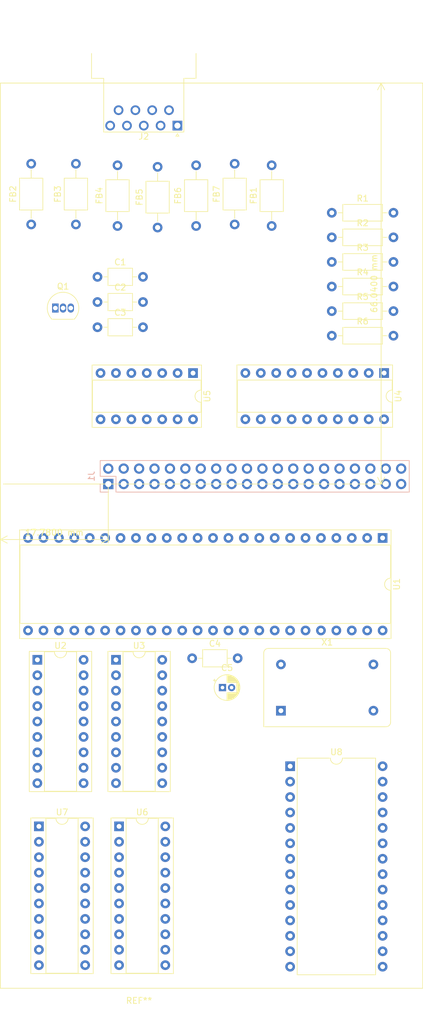
<source format=kicad_pcb>
(kicad_pcb (version 20240108) (generator "pcbnew") (generator_version "8.0")
  (layers (0 "F.Cu" signal) (31 "B.Cu" signal) (34 "B.Paste" user) (35 "F.Paste" user) (36 "B.SilkS" user "B.Silkscreen") (37 "F.SilkS" user "F.Silkscreen") (38 "B.Mask" user) (39 "F.Mask" user) (44 "Edge.Cuts" user))
  (net 0 "")
  (net 1 "GND")
  (net 2 "VCC")
  (net 3 "Net-(FB1-Pad2)")
  (net 4 "Net-(U4-1Y2)")
  (net 5 "Net-(U4-2Y0)")
  (net 6 "Net-(FB2-Pad2)")
  (net 7 "Net-(FB3-Pad2)")
  (net 8 "Net-(U4-1Y1)")
  (net 9 "Net-(U4-2Y1)")
  (net 10 "Net-(FB4-Pad2)")
  (net 11 "Net-(FB5-Pad2)")
  (net 12 "Net-(U4-1Y0)")
  (net 13 "Net-(FB6-Pad2)")
  (net 14 "Net-(Q1-E)")
  (net 15 "Net-(U4-1Y3)")
  (net 16 "Net-(FB7-Pad2)")
  (net 17 "D1")
  (net 18 "D7")
  (net 23 "~{VDC_IRQ}")
  (net 27 "D4")
  (net 29 "D6")
  (net 31 "A0")
  (net 32 "A4")
  (net 33 "A5")
  (net 40 "D0")
  (net 41 "A1")
  (net 42 "D5")
  (net 43 "~{VDC_EN}")
  (net 45 "A2")
  (net 46 "D3")
  (net 48 "R{slash}~{W}")
  (net 52 "D2")
  (net 53 "~{RST}")
  (net 54 "A3")
  (net 55 "Net-(Q1-C)")
  (net 56 "Net-(Q1-B)")
  (net 57 "Net-(R1-Pad1)")
  (net 58 "Net-(R2-Pad2)")
  (net 59 "Net-(U1-VSYNC)")
  (net 60 "/DRAM.DA1")
  (net 61 "/DRAM.~{CAS}")
  (net 63 "Net-(U1-B)")
  (net 64 "/DRAM.DA7")
  (net 65 "/DRAM.DA6")
  (net 66 "/DRAM.DD6")
  (net 67 "Net-(U1-CSYNC)")
  (net 68 "Net-(U1-R)")
  (net 69 "/DRAM.DA2")
  (net 70 "/DRAM.DD2")
  (net 71 "/DRAM.DD3")
  (net 72 "/DRAM.DA5")
  (net 73 "/DRAM.DD4")
  (net 74 "Net-(U1-G)")
  (net 75 "/DRAM.DA4")
  (net 77 "/DRAM.DA0")
  (net 78 "Net-(U1-I)")
  (net 79 "/DRAM.DD7")
  (net 80 "/DRAM.~{RAS}")
  (net 81 "Net-(U1-HSYNC)")
  (net 82 "/DRAM.~{W}")
  (net 83 "Net-(U1-CV)")
  (net 84 "/DRAM.DD0")
  (net 85 "/DRAM.DD1")
  (net 86 "Net-(U1-~{DCLK})")
  (net 87 "/DRAM.DD5")
  (net 88 "/DRAM.DA3")
  (net 89 "VCD_CS")
  (net 91 "Net-(U6-Q6)")
  (net 92 "Net-(U6-Q3)")
  (net 100 "Net-(U6-Q1)")
  (net 108 "Net-(U6-Q7)")
  (net 109 "Net-(U6-Q0)")
  (net 110 "Net-(U6-Q4)")
  (net 114 "Net-(U6-Q5)")
  (net 115 "Net-(U6-Q2)")
  (footprint "Capacitor_THT:C_Axial_L3.8mm_D2.6mm_P7.50mm_Horizontal" (layer "F.Cu") (at 41.91 55.54)
    (property "Reference" "C1" (at 3.75 -2.42 0) (layer "F.SilkS"))
    (property "Value" "100nF")
    (pad "1" thru_hole circle (at 0 0) (size 1.6 1.6) (drill 0.8) (layers "*.Cu" "*.Mask") (net 2 "VCC"))
    (pad "2" thru_hole oval (at 7.5 0) (size 1.6 1.6) (drill 0.8) (layers "*.Cu" "*.Mask") (net 1 "GND"))
  )
  (footprint "Resistor_THT:R_Axial_DIN0207_L6.3mm_D2.5mm_P10.16mm_Horizontal" (layer "F.Cu") (at 80.518 49.036)
    (property "Reference" "R2" (at 5.08 -2.37 0) (layer "F.SilkS"))
    (property "Value" "120")
    (pad "1" thru_hole circle (at 0 0) (size 1.6 1.6) (drill 0.8) (layers "*.Cu" "*.Mask") (net 57 "Net-(R1-Pad1)"))
    (pad "2" thru_hole oval (at 10.16 0) (size 1.6 1.6) (drill 0.8) (layers "*.Cu" "*.Mask") (net 58 "Net-(R2-Pad2)"))
  )
  (footprint "Inductor_THT:L_Axial_L5.0mm_D3.6mm_P10.00mm_Horizontal_Murata_BL01RN1A2A2" (layer "F.Cu") (at 64.516 46.91 90)
    (property "Reference" "FB7" (at 5 -3 270) (layer "F.SilkS"))
    (property "Value" "FerriteBead_Small")
    (pad "1" thru_hole circle (at 0 0 90) (size 1.6 1.6) (drill 0.85) (layers "*.Cu" "*.Mask") (net 15 "Net-(U4-1Y3)"))
    (pad "2" thru_hole oval (at 10 0 90) (size 1.6 1.6) (drill 0.85) (layers "*.Cu" "*.Mask") (net 16 "Net-(FB7-Pad2)"))
  )
  (footprint "Resistor_THT:R_Axial_DIN0207_L6.3mm_D2.5mm_P10.16mm_Horizontal" (layer "F.Cu") (at 80.518 53.086)
    (property "Reference" "R3" (at 5.08 -2.37 0) (layer "F.SilkS"))
    (property "Value" "100")
    (pad "1" thru_hole circle (at 0 0) (size 1.6 1.6) (drill 0.8) (layers "*.Cu" "*.Mask") (net 58 "Net-(R2-Pad2)"))
    (pad "2" thru_hole oval (at 10.16 0) (size 1.6 1.6) (drill 0.8) (layers "*.Cu" "*.Mask") (net 56 "Net-(Q1-B)"))
  )
  (footprint "Inductor_THT:L_Axial_L5.0mm_D3.6mm_P10.00mm_Horizontal_Murata_BL01RN1A2A2" (layer "F.Cu") (at 45.212 47.164 90)
    (property "Reference" "FB4" (at 5 -3 270) (layer "F.SilkS"))
    (property "Value" "FerriteBead_Small")
    (pad "1" thru_hole circle (at 0 0 90) (size 1.6 1.6) (drill 0.85) (layers "*.Cu" "*.Mask") (net 9 "Net-(U4-2Y1)"))
    (pad "2" thru_hole oval (at 10 0 90) (size 1.6 1.6) (drill 0.85) (layers "*.Cu" "*.Mask") (net 10 "Net-(FB4-Pad2)"))
  )
  (footprint "Resistor_THT:R_Axial_DIN0207_L6.3mm_D2.5mm_P10.16mm_Horizontal" (layer "F.Cu") (at 80.518 44.986)
    (property "Reference" "R1" (at 5.08 -2.37 0) (layer "F.SilkS"))
    (property "Value" "120")
    (pad "1" thru_hole circle (at 0 0) (size 1.6 1.6) (drill 0.8) (layers "*.Cu" "*.Mask") (net 57 "Net-(R1-Pad1)"))
    (pad "2" thru_hole oval (at 10.16 0) (size 1.6 1.6) (drill 0.8) (layers "*.Cu" "*.Mask") (net 1 "GND"))
  )
  (footprint "Capacitor_THT:C_Axial_L3.8mm_D2.6mm_P7.50mm_Horizontal" (layer "F.Cu") (at 41.91 63.84)
    (property "Reference" "C3" (at 3.75 -2.42 0) (layer "F.SilkS"))
    (property "Value" "220nF")
    (pad "1" thru_hole circle (at 0 0) (size 1.6 1.6) (drill 0.8) (layers "*.Cu" "*.Mask") (net 2 "VCC"))
    (pad "2" thru_hole oval (at 7.5 0) (size 1.6 1.6) (drill 0.8) (layers "*.Cu" "*.Mask") (net 1 "GND"))
  )
  (footprint "Resistor_THT:R_Axial_DIN0207_L6.3mm_D2.5mm_P10.16mm_Horizontal" (layer "F.Cu") (at 80.518 57.136)
    (property "Reference" "R4" (at 5.08 -2.37 0) (layer "F.SilkS"))
    (property "Value" "330")
    (pad "1" thru_hole circle (at 0 0) (size 1.6 1.6) (drill 0.8) (layers "*.Cu" "*.Mask") (net 56 "Net-(Q1-B)"))
    (pad "2" thru_hole oval (at 10.16 0) (size 1.6 1.6) (drill 0.8) (layers "*.Cu" "*.Mask") (net 2 "VCC"))
  )
  (footprint "Inductor_THT:L_Axial_L5.0mm_D3.6mm_P10.00mm_Horizontal_Murata_BL01RN1A2A2" (layer "F.Cu") (at 70.612 47.164 90)
    (property "Reference" "FB1" (at 5 -3 270) (layer "F.SilkS"))
    (property "Value" "FerriteBead_Small")
    (pad "1" thru_hole circle (at 0 0 90) (size 1.6 1.6) (drill 0.85) (layers "*.Cu" "*.Mask") (net 4 "Net-(U4-1Y2)"))
    (pad "2" thru_hole oval (at 10 0 90) (size 1.6 1.6) (drill 0.85) (layers "*.Cu" "*.Mask") (net 3 "Net-(FB1-Pad2)"))
  )
  (footprint "Package_DIP:DIP-28_W15.24mm" (layer "F.Cu") (at 73.655 136.144)
    (property "Reference" "U8" (at 7.62 -2.33 0) (layer "F.SilkS"))
    (property "Value" "27C64")
    (pad "1" thru_hole rect (at 0 0) (size 1.6 1.6) (drill 0.8) (layers "*.Cu" "*.Mask"))
    (pad "2" thru_hole oval (at 0 2.54) (size 1.6 1.6) (drill 0.8) (layers "*.Cu" "*.Mask") (net 108 "Net-(U6-Q7)"))
    (pad "3" thru_hole oval (at 0 5.08) (size 1.6 1.6) (drill 0.8) (layers "*.Cu" "*.Mask") (net 115 "Net-(U6-Q2)"))
    (pad "4" thru_hole oval (at 0 7.62) (size 1.6 1.6) (drill 0.8) (layers "*.Cu" "*.Mask") (net 100 "Net-(U6-Q1)"))
    (pad "5" thru_hole oval (at 0 10.16) (size 1.6 1.6) (drill 0.8) (layers "*.Cu" "*.Mask") (net 109 "Net-(U6-Q0)"))
    (pad "6" thru_hole oval (at 0 12.7) (size 1.6 1.6) (drill 0.8) (layers "*.Cu" "*.Mask"))
    (pad "7" thru_hole oval (at 0 15.24) (size 1.6 1.6) (drill 0.8) (layers "*.Cu" "*.Mask"))
    (pad "8" thru_hole oval (at 0 17.78) (size 1.6 1.6) (drill 0.8) (layers "*.Cu" "*.Mask"))
    (pad "9" thru_hole oval (at 0 20.32) (size 1.6 1.6) (drill 0.8) (layers "*.Cu" "*.Mask"))
    (pad "10" thru_hole oval (at 0 22.86) (size 1.6 1.6) (drill 0.8) (layers "*.Cu" "*.Mask"))
    (pad "11" thru_hole oval (at 0 25.4) (size 1.6 1.6) (drill 0.8) (layers "*.Cu" "*.Mask") (net 40 "D0"))
    (pad "12" thru_hole oval (at 0 27.94) (size 1.6 1.6) (drill 0.8) (layers "*.Cu" "*.Mask") (net 17 "D1"))
    (pad "13" thru_hole oval (at 0 30.48) (size 1.6 1.6) (drill 0.8) (layers "*.Cu" "*.Mask") (net 52 "D2"))
    (pad "14" thru_hole oval (at 0 33.02) (size 1.6 1.6) (drill 0.8) (layers "*.Cu" "*.Mask"))
    (pad "15" thru_hole oval (at 15.24 33.02) (size 1.6 1.6) (drill 0.8) (layers "*.Cu" "*.Mask"))
    (pad "16" thru_hole oval (at 15.24 30.48) (size 1.6 1.6) (drill 0.8) (layers "*.Cu" "*.Mask"))
    (pad "17" thru_hole oval (at 15.24 27.94) (size 1.6 1.6) (drill 0.8) (layers "*.Cu" "*.Mask"))
    (pad "18" thru_hole oval (at 15.24 25.4) (size 1.6 1.6) (drill 0.8) (layers "*.Cu" "*.Mask"))
    (pad "19" thru_hole oval (at 15.24 22.86) (size 1.6 1.6) (drill 0.8) (layers "*.Cu" "*.Mask"))
    (pad "20" thru_hole oval (at 15.24 20.32) (size 1.6 1.6) (drill 0.8) (layers "*.Cu" "*.Mask"))
    (pad "21" thru_hole oval (at 15.24 17.78) (size 1.6 1.6) (drill 0.8) (layers "*.Cu" "*.Mask") (net 114 "Net-(U6-Q5)"))
    (pad "22" thru_hole oval (at 15.24 15.24) (size 1.6 1.6) (drill 0.8) (layers "*.Cu" "*.Mask"))
    (pad "23" thru_hole oval (at 15.24 12.7) (size 1.6 1.6) (drill 0.8) (layers "*.Cu" "*.Mask") (net 91 "Net-(U6-Q6)"))
    (pad "24" thru_hole oval (at 15.24 10.16) (size 1.6 1.6) (drill 0.8) (layers "*.Cu" "*.Mask") (net 110 "Net-(U6-Q4)"))
    (pad "25" thru_hole oval (at 15.24 7.62) (size 1.6 1.6) (drill 0.8) (layers "*.Cu" "*.Mask") (net 92 "Net-(U6-Q3)"))
    (pad "26" thru_hole oval (at 15.24 5.08) (size 1.6 1.6) (drill 0.8) (layers "*.Cu" "*.Mask"))
    (pad "27" thru_hole oval (at 15.24 2.54) (size 1.6 1.6) (drill 0.8) (layers "*.Cu" "*.Mask"))
    (pad "28" thru_hole oval (at 15.24 0) (size 1.6 1.6) (drill 0.8) (layers "*.Cu" "*.Mask"))
  )
  (footprint "Connector_Dsub:DSUB-9_Male_Horizontal_P2.77x2.54mm_EdgePinOffset9.40mm" (layer "F.Cu") (at 55.08 30.628331 180)
    (property "Reference" "J2" (at 5.54 -1.8 180) (layer "F.SilkS"))
    (property "Value" "DE9_Plug")
    (pad "1" thru_hole rect (at 0 0 180) (size 1.6 1.6) (drill 1) (layers "*.Cu" "*.Mask") (net 1 "GND"))
    (pad "2" thru_hole circle (at 2.77 0 180) (size 1.6 1.6) (drill 1) (layers "*.Cu" "*.Mask") (net 1 "GND"))
    (pad "3" thru_hole circle (at 5.54 0 180) (size 1.6 1.6) (drill 1) (layers "*.Cu" "*.Mask") (net 11 "Net-(FB5-Pad2)"))
    (pad "4" thru_hole circle (at 8.31 0 180) (size 1.6 1.6) (drill 1) (layers "*.Cu" "*.Mask") (net 7 "Net-(FB3-Pad2)"))
    (pad "5" thru_hole circle (at 11.08 0 180) (size 1.6 1.6) (drill 1) (layers "*.Cu" "*.Mask") (net 3 "Net-(FB1-Pad2)"))
    (pad "6" thru_hole circle (at 1.385 2.54 180) (size 1.6 1.6) (drill 1) (layers "*.Cu" "*.Mask") (net 16 "Net-(FB7-Pad2)"))
    (pad "7" thru_hole circle (at 4.155 2.54 180) (size 1.6 1.6) (drill 1) (layers "*.Cu" "*.Mask") (net 13 "Net-(FB6-Pad2)"))
    (pad "8" thru_hole circle (at 6.925 2.54 180) (size 1.6 1.6) (drill 1) (layers "*.Cu" "*.Mask") (net 10 "Net-(FB4-Pad2)"))
    (pad "9" thru_hole circle (at 9.695 2.54 180) (size 1.6 1.6) (drill 1) (layers "*.Cu" "*.Mask") (net 6 "Net-(FB2-Pad2)"))
  )
  (footprint "Package_DIP:DIP-18_W7.62mm_Socket" (layer "F.Cu") (at 32.004 118.618)
    (property "Reference" "U2" (at 3.81 -2.33 0) (layer "F.SilkS"))
    (property "Value" "~")
    (pad "1" thru_hole rect (at 0 0) (size 1.6 1.6) (drill 0.8) (layers "*.Cu" "*.Mask") (net 1 "GND"))
    (pad "2" thru_hole oval (at 0 2.54) (size 1.6 1.6) (drill 0.8) (layers "*.Cu" "*.Mask") (net 84 "/DRAM.DD0"))
    (pad "3" thru_hole oval (at 0 5.08) (size 1.6 1.6) (drill 0.8) (layers "*.Cu" "*.Mask") (net 85 "/DRAM.DD1"))
    (pad "4" thru_hole oval (at 0 7.62) (size 1.6 1.6) (drill 0.8) (layers "*.Cu" "*.Mask") (net 82 "/DRAM.~{W}"))
    (pad "5" thru_hole oval (at 0 10.16) (size 1.6 1.6) (drill 0.8) (layers "*.Cu" "*.Mask") (net 80 "/DRAM.~{RAS}"))
    (pad "6" thru_hole oval (at 0 12.7) (size 1.6 1.6) (drill 0.8) (layers "*.Cu" "*.Mask") (net 65 "/DRAM.DA6"))
    (pad "7" thru_hole oval (at 0 15.24) (size 1.6 1.6) (drill 0.8) (layers "*.Cu" "*.Mask") (net 72 "/DRAM.DA5"))
    (pad "8" thru_hole oval (at 0 17.78) (size 1.6 1.6) (drill 0.8) (layers "*.Cu" "*.Mask") (net 75 "/DRAM.DA4"))
    (pad "9" thru_hole oval (at 0 20.32) (size 1.6 1.6) (drill 0.8) (layers "*.Cu" "*.Mask") (net 2 "VCC"))
    (pad "10" thru_hole oval (at 7.62 20.32) (size 1.6 1.6) (drill 0.8) (layers "*.Cu" "*.Mask") (net 64 "/DRAM.DA7"))
    (pad "11" thru_hole oval (at 7.62 17.78) (size 1.6 1.6) (drill 0.8) (layers "*.Cu" "*.Mask") (net 88 "/DRAM.DA3"))
    (pad "12" thru_hole oval (at 7.62 15.24) (size 1.6 1.6) (drill 0.8) (layers "*.Cu" "*.Mask") (net 69 "/DRAM.DA2"))
    (pad "13" thru_hole oval (at 7.62 12.7) (size 1.6 1.6) (drill 0.8) (layers "*.Cu" "*.Mask") (net 60 "/DRAM.DA1"))
    (pad "14" thru_hole oval (at 7.62 10.16) (size 1.6 1.6) (drill 0.8) (layers "*.Cu" "*.Mask") (net 77 "/DRAM.DA0"))
    (pad "15" thru_hole oval (at 7.62 7.62) (size 1.6 1.6) (drill 0.8) (layers "*.Cu" "*.Mask") (net 70 "/DRAM.DD2"))
    (pad "16" thru_hole oval (at 7.62 5.08) (size 1.6 1.6) (drill 0.8) (layers "*.Cu" "*.Mask") (net 61 "/DRAM.~{CAS}"))
    (pad "17" thru_hole oval (at 7.62 2.54) (size 1.6 1.6) (drill 0.8) (layers "*.Cu" "*.Mask") (net 71 "/DRAM.DD3"))
    (pad "18" thru_hole oval (at 7.62 0) (size 1.6 1.6) (drill 0.8) (layers "*.Cu" "*.Mask") (net 1 "GND"))
  )
  (footprint "Resistor_THT:R_Axial_DIN0207_L6.3mm_D2.5mm_P10.16mm_Horizontal" (layer "F.Cu") (at 80.518 61.186)
    (property "Reference" "R5" (at 5.08 -2.37 0) (layer "F.SilkS"))
    (property "Value" "47")
    (pad "1" thru_hole circle (at 0 0) (size 1.6 1.6) (drill 0.8) (layers "*.Cu" "*.Mask") (net 2 "VCC"))
    (pad "2" thru_hole oval (at 10.16 0) (size 1.6 1.6) (drill 0.8) (layers "*.Cu" "*.Mask") (net 55 "Net-(Q1-C)"))
  )
  (footprint "Package_DIP:DIP-48_W15.24mm_Socket" (layer "F.Cu") (at 88.89 98.547 -90)
    (property "Reference" "U1" (at 7.62 -2.33 90) (layer "F.SilkS"))
    (property "Value" "8568")
    (pad "1" thru_hole rect (at 0 0 270) (size 1.6 1.6) (drill 0.8) (layers "*.Cu" "*.Mask") (net 61 "/DRAM.~{CAS}"))
    (pad "2" thru_hole oval (at 0 2.54 270) (size 1.6 1.6) (drill 0.8) (layers "*.Cu" "*.Mask"))
    (pad "3" thru_hole oval (at 0 5.08 270) (size 1.6 1.6) (drill 0.8) (layers "*.Cu" "*.Mask") (net 86 "Net-(U1-~{DCLK})"))
    (pad "4" thru_hole oval (at 0 7.62 270) (size 1.6 1.6) (drill 0.8) (layers "*.Cu" "*.Mask") (net 81 "Net-(U1-HSYNC)"))
    (pad "5" thru_hole oval (at 0 10.16 270) (size 1.6 1.6) (drill 0.8) (layers "*.Cu" "*.Mask") (net 89 "VCD_CS"))
    (pad "6" thru_hole oval (at 0 12.7 270) (size 1.6 1.6) (drill 0.8) (layers "*.Cu" "*.Mask") (net 43 "~{VDC_EN}"))
    (pad "7" thru_hole oval (at 0 15.24 270) (size 1.6 1.6) (drill 0.8) (layers "*.Cu" "*.Mask") (net 31 "A0"))
    (pad "8" thru_hole oval (at 0 17.78 270) (size 1.6 1.6) (drill 0.8) (layers "*.Cu" "*.Mask") (net 48 "R{slash}~{W}"))
    (pad "9" thru_hole oval (at 0 20.32 270) (size 1.6 1.6) (drill 0.8) (layers "*.Cu" "*.Mask") (net 23 "~{VDC_IRQ}"))
    (pad "10" thru_hole oval (at 0 22.86 270) (size 1.6 1.6) (drill 0.8) (layers "*.Cu" "*.Mask") (net 18 "D7"))
    (pad "11" thru_hole oval (at 0 25.4 270) (size 1.6 1.6) (drill 0.8) (layers "*.Cu" "*.Mask") (net 29 "D6"))
    (pad "12" thru_hole oval (at 0 27.94 270) (size 1.6 1.6) (drill 0.8) (layers "*.Cu" "*.Mask") (net 1 "GND"))
    (pad "13" thru_hole oval (at 0 30.48 270) (size 1.6 1.6) (drill 0.8) (layers "*.Cu" "*.Mask") (net 42 "D5"))
    (pad "14" thru_hole oval (at 0 33.02 270) (size 1.6 1.6) (drill 0.8) (layers "*.Cu" "*.Mask") (net 27 "D4"))
    (pad "15" thru_hole oval (at 0 35.56 270) (size 1.6 1.6) (drill 0.8) (layers "*.Cu" "*.Mask") (net 46 "D3"))
    (pad "16" thru_hole oval (at 0 38.1 270) (size 1.6 1.6) (drill 0.8) (layers "*.Cu" "*.Mask") (net 52 "D2"))
    (pad "17" thru_hole oval (at 0 40.64 270) (size 1.6 1.6) (drill 0.8) (layers "*.Cu" "*.Mask") (net 17 "D1"))
    (pad "18" thru_hole oval (at 0 43.18 270) (size 1.6 1.6) (drill 0.8) (layers "*.Cu" "*.Mask") (net 40 "D0"))
    (pad "19" thru_hole oval (at 0 45.72 270) (size 1.6 1.6) (drill 0.8) (layers "*.Cu" "*.Mask") (net 67 "Net-(U1-CSYNC)"))
    (pad "20" thru_hole oval (at 0 48.26 270) (size 1.6 1.6) (drill 0.8) (layers "*.Cu" "*.Mask") (net 59 "Net-(U1-VSYNC)"))
    (pad "21" thru_hole oval (at 0 50.8 270) (size 1.6 1.6) (drill 0.8) (layers "*.Cu" "*.Mask") (net 82 "/DRAM.~{W}"))
    (pad "22" thru_hole oval (at 0 53.34 270) (size 1.6 1.6) (drill 0.8) (layers "*.Cu" "*.Mask") (net 53 "~{RST}"))
    (pad "23" thru_hole oval (at 0 55.88 270) (size 1.6 1.6) (drill 0.8) (layers "*.Cu" "*.Mask") (net 1 "GND"))
    (pad "24" thru_hole oval (at 0 58.42 270) (size 1.6 1.6) (drill 0.8) (layers "*.Cu" "*.Mask") (net 1 "GND"))
    (pad "25" thru_hole oval (at 15.24 58.42 270) (size 1.6 1.6) (drill 0.8) (layers "*.Cu" "*.Mask"))
    (pad "26" thru_hole oval (at 15.24 55.88 270) (size 1.6 1.6) (drill 0.8) (layers "*.Cu" "*.Mask") (net 77 "/DRAM.DA0"))
    (pad "27" thru_hole oval (at 15.24 53.34 270) (size 1.6 1.6) (drill 0.8) (layers "*.Cu" "*.Mask") (net 60 "/DRAM.DA1"))
    (pad "28" thru_hole oval (at 15.24 50.8 270) (size 1.6 1.6) (drill 0.8) (layers "*.Cu" "*.Mask") (net 69 "/DRAM.DA2"))
    (pad "29" thru_hole oval (at 15.24 48.26 270) (size 1.6 1.6) (drill 0.8) (layers "*.Cu" "*.Mask") (net 88 "/DRAM.DA3"))
    (pad "30" thru_hole oval (at 15.24 45.72 270) (size 1.6 1.6) (drill 0.8) (layers "*.Cu" "*.Mask") (net 75 "/DRAM.DA4"))
    (pad "31" thru_hole oval (at 15.24 43.18 270) (size 1.6 1.6) (drill 0.8) (layers "*.Cu" "*.Mask") (net 72 "/DRAM.DA5"))
    (pad "32" thru_hole oval (at 15.24 40.64 270) (size 1.6 1.6) (drill 0.8) (layers "*.Cu" "*.Mask") (net 65 "/DRAM.DA6"))
    (pad "33" thru_hole oval (at 15.24 38.1 270) (size 1.6 1.6) (drill 0.8) (layers "*.Cu" "*.Mask") (net 64 "/DRAM.DA7"))
    (pad "34" thru_hole oval (at 15.24 35.56 270) (size 1.6 1.6) (drill 0.8) (layers "*.Cu" "*.Mask") (net 84 "/DRAM.DD0"))
    (pad "35" thru_hole oval (at 15.24 33.02 270) (size 1.6 1.6) (drill 0.8) (layers "*.Cu" "*.Mask") (net 85 "/DRAM.DD1"))
    (pad "36" thru_hole oval (at 15.24 30.48 270) (size 1.6 1.6) (drill 0.8) (layers "*.Cu" "*.Mask") (net 70 "/DRAM.DD2"))
    (pad "37" thru_hole oval (at 15.24 27.94 270) (size 1.6 1.6) (drill 0.8) (layers "*.Cu" "*.Mask") (net 2 "VCC"))
    (pad "38" thru_hole oval (at 15.24 25.4 270) (size 1.6 1.6) (drill 0.8) (layers "*.Cu" "*.Mask") (net 71 "/DRAM.DD3"))
    (pad "39" thru_hole oval (at 15.24 22.86 270) (size 1.6 1.6) (drill 0.8) (layers "*.Cu" "*.Mask") (net 73 "/DRAM.DD4"))
    (pad "40" thru_hole oval (at 15.24 20.32 270) (size 1.6 1.6) (drill 0.8) (layers "*.Cu" "*.Mask") (net 87 "/DRAM.DD5"))
    (pad "41" thru_hole oval (at 15.24 17.78 270) (size 1.6 1.6) (drill 0.8) (layers "*.Cu" "*.Mask") (net 66 "/DRAM.DD6"))
    (pad "42" thru_hole oval (at 15.24 15.24 270) (size 1.6 1.6) (drill 0.8) (layers "*.Cu" "*.Mask") (net 79 "/DRAM.DD7"))
    (pad "43" thru_hole oval (at 15.24 12.7 270) (size 1.6 1.6) (drill 0.8) (layers "*.Cu" "*.Mask") (net 78 "Net-(U1-I)"))
    (pad "44" thru_hole oval (at 15.24 10.16 270) (size 1.6 1.6) (drill 0.8) (layers "*.Cu" "*.Mask") (net 63 "Net-(U1-B)"))
    (pad "45" thru_hole oval (at 15.24 7.62 270) (size 1.6 1.6) (drill 0.8) (layers "*.Cu" "*.Mask") (net 74 "Net-(U1-G)"))
    (pad "46" thru_hole oval (at 15.24 5.08 270) (size 1.6 1.6) (drill 0.8) (layers "*.Cu" "*.Mask") (net 68 "Net-(U1-R)"))
    (pad "47" thru_hole oval (at 15.24 2.54 270) (size 1.6 1.6) (drill 0.8) (layers "*.Cu" "*.Mask") (net 83 "Net-(U1-CV)"))
    (pad "48" thru_hole oval (at 15.24 0 270) (size 1.6 1.6) (drill 0.8) (layers "*.Cu" "*.Mask") (net 80 "/DRAM.~{RAS}"))
  )
  (footprint "Package_DIP:DIP-20_W7.62mm_Socket" (layer "F.Cu") (at 45.466 146.05)
    (property "Reference" "U6" (at 3.81 -2.33 0) (layer "F.SilkS"))
    (property "Value" "74HCT273")
    (pad "1" thru_hole rect (at 0 0) (size 1.6 1.6) (drill 0.8) (layers "*.Cu" "*.Mask"))
    (pad "2" thru_hole oval (at 0 2.54) (size 1.6 1.6) (drill 0.8) (layers "*.Cu" "*.Mask") (net 109 "Net-(U6-Q0)"))
    (pad "3" thru_hole oval (at 0 5.08) (size 1.6 1.6) (drill 0.8) (layers "*.Cu" "*.Mask"))
    (pad "4" thru_hole oval (at 0 7.62) (size 1.6 1.6) (drill 0.8) (layers "*.Cu" "*.Mask"))
    (pad "5" thru_hole oval (at 0 10.16) (size 1.6 1.6) (drill 0.8) (layers "*.Cu" "*.Mask") (net 100 "Net-(U6-Q1)"))
    (pad "6" thru_hole oval (at 0 12.7) (size 1.6 1.6) (drill 0.8) (layers "*.Cu" "*.Mask") (net 115 "Net-(U6-Q2)"))
    (pad "7" thru_hole oval (at 0 15.24) (size 1.6 1.6) (drill 0.8) (layers "*.Cu" "*.Mask"))
    (pad "8" thru_hole oval (at 0 17.78) (size 1.6 1.6) (drill 0.8) (layers "*.Cu" "*.Mask"))
    (pad "9" thru_hole oval (at 0 20.32) (size 1.6 1.6) (drill 0.8) (layers "*.Cu" "*.Mask") (net 92 "Net-(U6-Q3)"))
    (pad "10" thru_hole oval (at 0 22.86) (size 1.6 1.6) (drill 0.8) (layers "*.Cu" "*.Mask"))
    (pad "11" thru_hole oval (at 7.62 22.86) (size 1.6 1.6) (drill 0.8) (layers "*.Cu" "*.Mask"))
    (pad "12" thru_hole oval (at 7.62 20.32) (size 1.6 1.6) (drill 0.8) (layers "*.Cu" "*.Mask") (net 110 "Net-(U6-Q4)"))
    (pad "13" thru_hole oval (at 7.62 17.78) (size 1.6 1.6) (drill 0.8) (layers "*.Cu" "*.Mask"))
    (pad "14" thru_hole oval (at 7.62 15.24) (size 1.6 1.6) (drill 0.8) (layers "*.Cu" "*.Mask"))
    (pad "15" thru_hole oval (at 7.62 12.7) (size 1.6 1.6) (drill 0.8) (layers "*.Cu" "*.Mask") (net 114 "Net-(U6-Q5)"))
    (pad "16" thru_hole oval (at 7.62 10.16) (size 1.6 1.6) (drill 0.8) (layers "*.Cu" "*.Mask") (net 91 "Net-(U6-Q6)"))
    (pad "17" thru_hole oval (at 7.62 7.62) (size 1.6 1.6) (drill 0.8) (layers "*.Cu" "*.Mask"))
    (pad "18" thru_hole oval (at 7.62 5.08) (size 1.6 1.6) (drill 0.8) (layers "*.Cu" "*.Mask"))
    (pad "19" thru_hole oval (at 7.62 2.54) (size 1.6 1.6) (drill 0.8) (layers "*.Cu" "*.Mask") (net 108 "Net-(U6-Q7)"))
    (pad "20" thru_hole oval (at 7.62 0) (size 1.6 1.6) (drill 0.8) (layers "*.Cu" "*.Mask"))
  )
  (footprint "Capacitor_THT:C_Axial_L3.8mm_D2.6mm_P7.50mm_Horizontal" (layer "F.Cu") (at 41.91 59.69)
    (property "Reference" "C2" (at 3.75 -2.42 0) (layer "F.SilkS"))
    (property "Value" "220nF")
    (pad "1" thru_hole circle (at 0 0) (size 1.6 1.6) (drill 0.8) (layers "*.Cu" "*.Mask") (net 2 "VCC"))
    (pad "2" thru_hole oval (at 7.5 0) (size 1.6 1.6) (drill 0.8) (layers "*.Cu" "*.Mask") (net 1 "GND"))
  )
  (footprint "Capacitor_THT:C_Axial_L3.8mm_D2.6mm_P7.50mm_Horizontal" (layer "F.Cu") (at 57.508599 118.364)
    (property "Reference" "C4" (at 3.75 -2.42 0) (layer "F.SilkS"))
    (property "Value" "100nF")
    (pad "1" thru_hole circle (at 0 0) (size 1.6 1.6) (drill 0.8) (layers "*.Cu" "*.Mask") (net 2 "VCC"))
    (pad "2" thru_hole oval (at 7.5 0) (size 1.6 1.6) (drill 0.8) (layers "*.Cu" "*.Mask") (net 1 "GND"))
  )
  (footprint "Package_DIP:DIP-20_W7.62mm_Socket" (layer "F.Cu") (at 89.139 71.379 -90)
    (property "Reference" "U4" (at 3.81 -2.33 90) (layer "F.SilkS"))
    (property "Value" "74HCT244")
    (pad "1" thru_hole rect (at 0 0 270) (size 1.6 1.6) (drill 0.8) (layers "*.Cu" "*.Mask") (net 1 "GND"))
    (pad "2" thru_hole oval (at 0 2.54 270) (size 1.6 1.6) (drill 0.8) (layers "*.Cu" "*.Mask") (net 68 "Net-(U1-R)"))
    (pad "3" thru_hole oval (at 0 5.08 270) (size 1.6 1.6) (drill 0.8) (layers "*.Cu" "*.Mask") (net 5 "Net-(U4-2Y0)"))
    (pad "4" thru_hole oval (at 0 7.62 270) (size 1.6 1.6) (drill 0.8) (layers "*.Cu" "*.Mask") (net 74 "Net-(U1-G)"))
    (pad "5" thru_hole oval (at 0 10.16 270) (size 1.6 1.6) (drill 0.8) (layers "*.Cu" "*.Mask") (net 9 "Net-(U4-2Y1)"))
    (pad "6" thru_hole oval (at 0 12.7 270) (size 1.6 1.6) (drill 0.8) (layers "*.Cu" "*.Mask") (net 63 "Net-(U1-B)"))
    (pad "7" thru_hole oval (at 0 15.24 270) (size 1.6 1.6) (drill 0.8) (layers "*.Cu" "*.Mask"))
    (pad "8" thru_hole oval (at 0 17.78 270) (size 1.6 1.6) (drill 0.8) (layers "*.Cu" "*.Mask") (net 78 "Net-(U1-I)"))
    (pad "9" thru_hole oval (at 0 20.32 270) (size 1.6 1.6) (drill 0.8) (layers "*.Cu" "*.Mask"))
    (pad "10" thru_hole oval (at 0 22.86 270) (size 1.6 1.6) (drill 0.8) (layers "*.Cu" "*.Mask") (net 1 "GND"))
    (pad "11" thru_hole oval (at 7.62 22.86 270) (size 1.6 1.6) (drill 0.8) (layers "*.Cu" "*.Mask") (net 1 "GND"))
    (pad "12" thru_hole oval (at 7.62 20.32 270) (size 1.6 1.6) (drill 0.8) (layers "*.Cu" "*.Mask") (net 15 "Net-(U4-1Y3)"))
    (pad "13" thru_hole oval (at 7.62 17.78 270) (size 1.6 1.6) (drill 0.8) (layers "*.Cu" "*.Mask") (net 1 "GND"))
    (pad "14" thru_hole oval (at 7.62 15.24 270) (size 1.6 1.6) (drill 0.8) (layers "*.Cu" "*.Mask") (net 4 "Net-(U4-1Y2)"))
    (pad "15" thru_hole oval (at 7.62 12.7 270) (size 1.6 1.6) (drill 0.8) (layers "*.Cu" "*.Mask") (net 81 "Net-(U1-HSYNC)"))
    (pad "16" thru_hole oval (at 7.62 10.16 270) (size 1.6 1.6) (drill 0.8) (layers "*.Cu" "*.Mask") (net 8 "Net-(U4-1Y1)"))
    (pad "17" thru_hole oval (at 7.62 7.62 270) (size 1.6 1.6) (drill 0.8) (layers "*.Cu" "*.Mask") (net 59 "Net-(U1-VSYNC)"))
    (pad "18" thru_hole oval (at 7.62 5.08 270) (size 1.6 1.6) (drill 0.8) (layers "*.Cu" "*.Mask") (net 12 "Net-(U4-1Y0)"))
    (pad "19" thru_hole oval (at 7.62 2.54 270) (size 1.6 1.6) (drill 0.8) (layers "*.Cu" "*.Mask") (net 1 "GND"))
    (pad "20" thru_hole oval (at 7.62 0 270) (size 1.6 1.6) (drill 0.8) (layers "*.Cu" "*.Mask") (net 2 "VCC"))
  )
  (footprint "Inductor_THT:L_Axial_L5.0mm_D3.6mm_P10.00mm_Horizontal_Murata_BL01RN1A2A2" (layer "F.Cu") (at 58.166 47.164 90)
    (property "Reference" "FB6" (at 5 -3 270) (layer "F.SilkS"))
    (property "Value" "FerriteBead_Small")
    (pad "1" thru_hole circle (at 0 0 90) (size 1.6 1.6) (drill 0.85) (layers "*.Cu" "*.Mask") (net 14 "Net-(Q1-E)"))
    (pad "2" thru_hole oval (at 10 0 90) (size 1.6 1.6) (drill 0.85) (layers "*.Cu" "*.Mask") (net 13 "Net-(FB6-Pad2)"))
  )
  (footprint "motherboard:VideoExpansionCard" (layer "F.Cu") (at 48.768 175.26)
    (property "Reference" "REF**" (at 0 -0.5 0) (layer "F.SilkS"))
    (property "Value" "VideoExpansionCard")
    (pad "1" thru_hole circle (at -5.08 -85.598) (size 1.524 1.524) (drill 0.762) (layers "*.Cu" "*.Mask"))
    (pad "2" thru_hole circle (at -5.08 -88.138) (size 1.524 1.524) (drill 0.762) (layers "*.Cu" "*.Mask"))
    (pad "3" thru_hole circle (at -2.54 -85.598) (size 1.524 1.524) (drill 0.762) (layers "*.Cu" "*.Mask"))
    (pad "4" thru_hole circle (at -2.54 -88.138) (size 1.524 1.524) (drill 0.762) (layers "*.Cu" "*.Mask"))
  )
  (footprint "Capacitor_THT:CP_Radial_D4.0mm_P1.50mm" (layer "F.Cu") (at 62.508 123.19)
    (property "Reference" "C5" (at 0.75 -3.25 0) (layer "F.SilkS"))
    (property "Value" "10µF")
    (pad "1" thru_hole rect (at 0 0) (size 1.2 1.2) (drill 0.6) (layers "*.Cu" "*.Mask") (net 2 "VCC"))
    (pad "2" thru_hole circle (at 1.5 0) (size 1.2 1.2) (drill 0.6) (layers "*.Cu" "*.Mask") (net 1 "GND"))
  )
  (footprint "Package_DIP:DIP-14_W7.62mm_Socket" (layer "F.Cu") (at 57.653 71.389 -90)
    (property "Reference" "U5" (at 3.81 -2.33 90) (layer "F.SilkS"))
    (property "Value" "74LS07")
    (pad "1" thru_hole rect (at 0 0 270) (size 1.6 1.6) (drill 0.8) (layers "*.Cu" "*.Mask") (net 83 "Net-(U1-CV)"))
    (pad "2" thru_hole oval (at 0 2.54 270) (size 1.6 1.6) (drill 0.8) (layers "*.Cu" "*.Mask") (net 58 "Net-(R2-Pad2)"))
    (pad "3" thru_hole oval (at 0 5.08 270) (size 1.6 1.6) (drill 0.8) (layers "*.Cu" "*.Mask") (net 67 "Net-(U1-CSYNC)"))
    (pad "4" thru_hole oval (at 0 7.62 270) (size 1.6 1.6) (drill 0.8) (layers "*.Cu" "*.Mask") (net 56 "Net-(Q1-B)"))
    (pad "5" thru_hole oval (at 0 10.16 270) (size 1.6 1.6) (drill 0.8) (layers "*.Cu" "*.Mask") (net 78 "Net-(U1-I)"))
    (pad "6" thru_hole oval (at 0 12.7 270) (size 1.6 1.6) (drill 0.8) (layers "*.Cu" "*.Mask") (net 57 "Net-(R1-Pad1)"))
    (pad "7" thru_hole oval (at 0 15.24 270) (size 1.6 1.6) (drill 0.8) (layers "*.Cu" "*.Mask") (net 1 "GND"))
    (pad "8" thru_hole oval (at 7.62 15.24 270) (size 1.6 1.6) (drill 0.8) (layers "*.Cu" "*.Mask"))
    (pad "9" thru_hole oval (at 7.62 12.7 270) (size 1.6 1.6) (drill 0.8) (layers "*.Cu" "*.Mask") (net 1 "GND"))
    (pad "10" thru_hole oval (at 7.62 10.16 270) (size 1.6 1.6) (drill 0.8) (layers "*.Cu" "*.Mask"))
    (pad "11" thru_hole oval (at 7.62 7.62 270) (size 1.6 1.6) (drill 0.8) (layers "*.Cu" "*.Mask") (net 1 "GND"))
    (pad "12" thru_hole oval (at 7.62 5.08 270) (size 1.6 1.6) (drill 0.8) (layers "*.Cu" "*.Mask"))
    (pad "13" thru_hole oval (at 7.62 2.54 270) (size 1.6 1.6) (drill 0.8) (layers "*.Cu" "*.Mask") (net 1 "GND"))
    (pad "14" thru_hole oval (at 7.62 0 270) (size 1.6 1.6) (drill 0.8) (layers "*.Cu" "*.Mask") (net 2 "VCC"))
  )
  (footprint "Inductor_THT:L_Axial_L5.0mm_D3.6mm_P10.00mm_Horizontal_Murata_BL01RN1A2A2" (layer "F.Cu") (at 38.354 46.91 90)
    (property "Reference" "FB3" (at 5 -3 270) (layer "F.SilkS"))
    (property "Value" "FerriteBead_Small")
    (pad "1" thru_hole circle (at 0 0 90) (size 1.6 1.6) (drill 0.85) (layers "*.Cu" "*.Mask") (net 8 "Net-(U4-1Y1)"))
    (pad "2" thru_hole oval (at 10 0 90) (size 1.6 1.6) (drill 0.85) (layers "*.Cu" "*.Mask") (net 7 "Net-(FB3-Pad2)"))
  )
  (footprint "Resistor_THT:R_Axial_DIN0207_L6.3mm_D2.5mm_P10.16mm_Horizontal" (layer "F.Cu") (at 80.518 65.236)
    (property "Reference" "R6" (at 5.08 -2.37 0) (layer "F.SilkS"))
    (property "Value" "82")
    (pad "1" thru_hole circle (at 0 0) (size 1.6 1.6) (drill 0.8) (layers "*.Cu" "*.Mask") (net 14 "Net-(Q1-E)"))
    (pad "2" thru_hole oval (at 10.16 0) (size 1.6 1.6) (drill 0.8) (layers "*.Cu" "*.Mask") (net 1 "GND"))
  )
  (footprint "Oscillator:Oscillator_DIP-14" (layer "F.Cu") (at 72.136 127)
    (property "Reference" "X1" (at 7.62 -11.26 0) (layer "F.SilkS"))
    (property "Value" "ACO-16MHz")
    (pad "1" thru_hole rect (at 0 0) (size 1.6 1.6) (drill 0.8) (layers "*.Cu" "*.Mask"))
    (pad "7" thru_hole circle (at 15.24 0) (size 1.6 1.6) (drill 0.8) (layers "*.Cu" "*.Mask") (net 1 "GND"))
    (pad "8" thru_hole circle (at 15.24 -7.62) (size 1.6 1.6) (drill 0.8) (layers "*.Cu" "*.Mask") (net 86 "Net-(U1-~{DCLK})"))
    (pad "14" thru_hole circle (at 0 -7.62) (size 1.6 1.6) (drill 0.8) (layers "*.Cu" "*.Mask") (net 2 "VCC"))
  )
  (footprint "Package_DIP:DIP-18_W7.62mm_Socket" (layer "F.Cu") (at 44.958 118.618)
    (property "Reference" "U3" (at 3.81 -2.33 0) (layer "F.SilkS"))
    (property "Value" "~")
    (pad "1" thru_hole rect (at 0 0) (size 1.6 1.6) (drill 0.8) (layers "*.Cu" "*.Mask") (net 1 "GND"))
    (pad "2" thru_hole oval (at 0 2.54) (size 1.6 1.6) (drill 0.8) (layers "*.Cu" "*.Mask") (net 73 "/DRAM.DD4"))
    (pad "3" thru_hole oval (at 0 5.08) (size 1.6 1.6) (drill 0.8) (layers "*.Cu" "*.Mask") (net 87 "/DRAM.DD5"))
    (pad "4" thru_hole oval (at 0 7.62) (size 1.6 1.6) (drill 0.8) (layers "*.Cu" "*.Mask") (net 82 "/DRAM.~{W}"))
    (pad "5" thru_hole oval (at 0 10.16) (size 1.6 1.6) (drill 0.8) (layers "*.Cu" "*.Mask") (net 80 "/DRAM.~{RAS}"))
    (pad "6" thru_hole oval (at 0 12.7) (size 1.6 1.6) (drill 0.8) (layers "*.Cu" "*.Mask") (net 65 "/DRAM.DA6"))
    (pad "7" thru_hole oval (at 0 15.24) (size 1.6 1.6) (drill 0.8) (layers "*.Cu" "*.Mask") (net 72 "/DRAM.DA5"))
    (pad "8" thru_hole oval (at 0 17.78) (size 1.6 1.6) (drill 0.8) (layers "*.Cu" "*.Mask") (net 75 "/DRAM.DA4"))
    (pad "9" thru_hole oval (at 0 20.32) (size 1.6 1.6) (drill 0.8) (layers "*.Cu" "*.Mask") (net 2 "VCC"))
    (pad "10" thru_hole oval (at 7.62 20.32) (size 1.6 1.6) (drill 0.8) (layers "*.Cu" "*.Mask") (net 64 "/DRAM.DA7"))
    (pad "11" thru_hole oval (at 7.62 17.78) (size 1.6 1.6) (drill 0.8) (layers "*.Cu" "*.Mask") (net 88 "/DRAM.DA3"))
    (pad "12" thru_hole oval (at 7.62 15.24) (size 1.6 1.6) (drill 0.8) (layers "*.Cu" "*.Mask") (net 69 "/DRAM.DA2"))
    (pad "13" thru_hole oval (at 7.62 12.7) (size 1.6 1.6) (drill 0.8) (layers "*.Cu" "*.Mask") (net 60 "/DRAM.DA1"))
    (pad "14" thru_hole oval (at 7.62 10.16) (size 1.6 1.6) (drill 0.8) (layers "*.Cu" "*.Mask") (net 77 "/DRAM.DA0"))
    (pad "15" thru_hole oval (at 7.62 7.62) (size 1.6 1.6) (drill 0.8) (layers "*.Cu" "*.Mask") (net 66 "/DRAM.DD6"))
    (pad "16" thru_hole oval (at 7.62 5.08) (size 1.6 1.6) (drill 0.8) (layers "*.Cu" "*.Mask") (net 61 "/DRAM.~{CAS}"))
    (pad "17" thru_hole oval (at 7.62 2.54) (size 1.6 1.6) (drill 0.8) (layers "*.Cu" "*.Mask") (net 79 "/DRAM.DD7"))
    (pad "18" thru_hole oval (at 7.62 0) (size 1.6 1.6) (drill 0.8) (layers "*.Cu" "*.Mask") (net 1 "GND"))
  )
  (footprint "Inductor_THT:L_Axial_L5.0mm_D3.6mm_P10.00mm_Horizontal_Murata_BL01RN1A2A2" (layer "F.Cu") (at 51.816 47.418 90)
    (property "Reference" "FB5" (at 5 -3 270) (layer "F.SilkS"))
    (property "Value" "FerriteBead_Small")
    (pad "1" thru_hole circle (at 0 0 90) (size 1.6 1.6) (drill 0.85) (layers "*.Cu" "*.Mask") (net 12 "Net-(U4-1Y0)"))
    (pad "2" thru_hole oval (at 10 0 90) (size 1.6 1.6) (drill 0.85) (layers "*.Cu" "*.Mask") (net 11 "Net-(FB5-Pad2)"))
  )
  (footprint "Inductor_THT:L_Axial_L5.0mm_D3.6mm_P10.00mm_Horizontal_Murata_BL01RN1A2A2" (layer "F.Cu") (at 30.988 46.91 90)
    (property "Reference" "FB2" (at 5 -3 270) (layer "F.SilkS"))
    (property "Value" "FerriteBead_Small")
    (pad "1" thru_hole circle (at 0 0 90) (size 1.6 1.6) (drill 0.85) (layers "*.Cu" "*.Mask") (net 5 "Net-(U4-2Y0)"))
    (pad "2" thru_hole oval (at 10 0 90) (size 1.6 1.6) (drill 0.85) (layers "*.Cu" "*.Mask") (net 6 "Net-(FB2-Pad2)"))
  )
  (footprint "Package_DIP:DIP-20_W7.62mm_Socket" (layer "F.Cu") (at 32.258 146.05)
    (property "Reference" "U7" (at 3.81 -2.33 0) (layer "F.SilkS"))
    (property "Value" "GAL16V8")
    (pad "1" thru_hole rect (at 0 0) (size 1.6 1.6) (drill 0.8) (layers "*.Cu" "*.Mask"))
    (pad "2" thru_hole oval (at 0 2.54) (size 1.6 1.6) (drill 0.8) (layers "*.Cu" "*.Mask"))
    (pad "3" thru_hole oval (at 0 5.08) (size 1.6 1.6) (drill 0.8) (layers "*.Cu" "*.Mask"))
    (pad "4" thru_hole oval (at 0 7.62) (size 1.6 1.6) (drill 0.8) (layers "*.Cu" "*.Mask"))
    (pad "5" thru_hole oval (at 0 10.16) (size 1.6 1.6) (drill 0.8) (layers "*.Cu" "*.Mask"))
    (pad "6" thru_hole oval (at 0 12.7) (size 1.6 1.6) (drill 0.8) (layers "*.Cu" "*.Mask"))
    (pad "7" thru_hole oval (at 0 15.24) (size 1.6 1.6) (drill 0.8) (layers "*.Cu" "*.Mask"))
    (pad "8" thru_hole oval (at 0 17.78) (size 1.6 1.6) (drill 0.8) (layers "*.Cu" "*.Mask"))
    (pad "9" thru_hole oval (at 0 20.32) (size 1.6 1.6) (drill 0.8) (layers "*.Cu" "*.Mask"))
    (pad "10" thru_hole oval (at 0 22.86) (size 1.6 1.6) (drill 0.8) (layers "*.Cu" "*.Mask"))
    (pad "11" thru_hole oval (at 7.62 22.86) (size 1.6 1.6) (drill 0.8) (layers "*.Cu" "*.Mask"))
    (pad "12" thru_hole oval (at 7.62 20.32) (size 1.6 1.6) (drill 0.8) (layers "*.Cu" "*.Mask"))
    (pad "13" thru_hole oval (at 7.62 17.78) (size 1.6 1.6) (drill 0.8) (layers "*.Cu" "*.Mask"))
    (pad "14" thru_hole oval (at 7.62 15.24) (size 1.6 1.6) (drill 0.8) (layers "*.Cu" "*.Mask"))
    (pad "15" thru_hole oval (at 7.62 12.7) (size 1.6 1.6) (drill 0.8) (layers "*.Cu" "*.Mask"))
    (pad "16" thru_hole oval (at 7.62 10.16) (size 1.6 1.6) (drill 0.8) (layers "*.Cu" "*.Mask"))
    (pad "17" thru_hole oval (at 7.62 7.62) (size 1.6 1.6) (drill 0.8) (layers "*.Cu" "*.Mask"))
    (pad "18" thru_hole oval (at 7.62 5.08) (size 1.6 1.6) (drill 0.8) (layers "*.Cu" "*.Mask"))
    (pad "19" thru_hole oval (at 7.62 2.54) (size 1.6 1.6) (drill 0.8) (layers "*.Cu" "*.Mask"))
    (pad "20" thru_hole oval (at 7.62 0) (size 1.6 1.6) (drill 0.8) (layers "*.Cu" "*.Mask"))
  )
  (footprint "Package_TO_SOT_THT:TO-92_Inline" (layer "F.Cu") (at 34.968 60.678)
    (property "Reference" "Q1" (at 1.27 -3.56 0) (layer "F.SilkS"))
    (property "Value" "2SC1815")
    (pad "1" thru_hole rect (at 0 0) (size 1.05 1.5) (drill 0.75) (layers "*.Cu" "*.Mask") (net 14 "Net-(Q1-E)"))
    (pad "2" thru_hole oval (at 1.27 0) (size 1.05 1.5) (drill 0.75) (layers "*.Cu" "*.Mask") (net 55 "Net-(Q1-C)"))
    (pad "3" thru_hole oval (at 2.54 0) (size 1.05 1.5) (drill 0.75) (layers "*.Cu" "*.Mask") (net 56 "Net-(Q1-B)"))
  )
  (footprint "Connector_PinSocket_2.54mm:PinSocket_2x20_P2.54mm_Vertical" (layer "B.Cu") (at 43.688 89.662 -90)
    (property "Reference" "J1" (at -1.27 2.77 90) (layer "B.SilkS") (effects (justify mirror)))
    (property "Value" "VEP")
    (pad "1" thru_hole rect (at 0 0 270) (size 1.7 1.7) (drill 1) (layers "*.Cu" "*.Mask") (net 2 "VCC"))
    (pad "2" thru_hole oval (at -2.54 0 270) (size 1.7 1.7) (drill 1) (layers "*.Cu" "*.Mask") (net 53 "~{RST}"))
    (pad "3" thru_hole oval (at 0 -2.54 270) (size 1.7 1.7) (drill 1) (layers "*.Cu" "*.Mask"))
    (pad "4" thru_hole oval (at -2.54 -2.54 270) (size 1.7 1.7) (drill 1) (layers "*.Cu" "*.Mask") (net 23 "~{VDC_IRQ}"))
    (pad "5" thru_hole oval (at 0 -5.08 270) (size 1.7 1.7) (drill 1) (layers "*.Cu" "*.Mask"))
    (pad "6" thru_hole oval (at -2.54 -5.08 270) (size 1.7 1.7) (drill 1) (layers "*.Cu" "*.Mask") (net 48 "R{slash}~{W}"))
    (pad "7" thru_hole oval (at 0 -7.62 270) (size 1.7 1.7) (drill 1) (layers "*.Cu" "*.Mask"))
    (pad "8" thru_hole oval (at -2.54 -7.62 270) (size 1.7 1.7) (drill 1) (layers "*.Cu" "*.Mask"))
    (pad "9" thru_hole oval (at 0 -10.16 270) (size 1.7 1.7) (drill 1) (layers "*.Cu" "*.Mask"))
    (pad "10" thru_hole oval (at -2.54 -10.16 270) (size 1.7 1.7) (drill 1) (layers "*.Cu" "*.Mask"))
    (pad "11" thru_hole oval (at 0 -12.7 270) (size 1.7 1.7) (drill 1) (layers "*.Cu" "*.Mask"))
    (pad "12" thru_hole oval (at -2.54 -12.7 270) (size 1.7 1.7) (drill 1) (layers "*.Cu" "*.Mask"))
    (pad "13" thru_hole oval (at 0 -15.24 270) (size 1.7 1.7) (drill 1) (layers "*.Cu" "*.Mask"))
    (pad "14" thru_hole oval (at -2.54 -15.24 270) (size 1.7 1.7) (drill 1) (layers "*.Cu" "*.Mask"))
    (pad "15" thru_hole oval (at 0 -17.78 270) (size 1.7 1.7) (drill 1) (layers "*.Cu" "*.Mask"))
    (pad "16" thru_hole oval (at -2.54 -17.78 270) (size 1.7 1.7) (drill 1) (layers "*.Cu" "*.Mask"))
    (pad "17" thru_hole oval (at 0 -20.32 270) (size 1.7 1.7) (drill 1) (layers "*.Cu" "*.Mask"))
    (pad "18" thru_hole oval (at -2.54 -20.32 270) (size 1.7 1.7) (drill 1) (layers "*.Cu" "*.Mask"))
    (pad "19" thru_hole oval (at 0 -22.86 270) (size 1.7 1.7) (drill 1) (layers "*.Cu" "*.Mask"))
    (pad "20" thru_hole oval (at -2.54 -22.86 270) (size 1.7 1.7) (drill 1) (layers "*.Cu" "*.Mask"))
    (pad "21" thru_hole oval (at 0 -25.4 270) (size 1.7 1.7) (drill 1) (layers "*.Cu" "*.Mask"))
    (pad "22" thru_hole oval (at -2.54 -25.4 270) (size 1.7 1.7) (drill 1) (layers "*.Cu" "*.Mask") (net 33 "A5"))
    (pad "23" thru_hole oval (at 0 -27.94 270) (size 1.7 1.7) (drill 1) (layers "*.Cu" "*.Mask"))
    (pad "24" thru_hole oval (at -2.54 -27.94 270) (size 1.7 1.7) (drill 1) (layers "*.Cu" "*.Mask") (net 32 "A4"))
    (pad "25" thru_hole oval (at 0 -30.48 270) (size 1.7 1.7) (drill 1) (layers "*.Cu" "*.Mask"))
    (pad "26" thru_hole oval (at -2.54 -30.48 270) (size 1.7 1.7) (drill 1) (layers "*.Cu" "*.Mask") (net 54 "A3"))
    (pad "27" thru_hole oval (at 0 -33.02 270) (size 1.7 1.7) (drill 1) (layers "*.Cu" "*.Mask"))
    (pad "28" thru_hole oval (at -2.54 -33.02 270) (size 1.7 1.7) (drill 1) (layers "*.Cu" "*.Mask") (net 45 "A2"))
    (pad "29" thru_hole oval (at 0 -35.56 270) (size 1.7 1.7) (drill 1) (layers "*.Cu" "*.Mask") (net 43 "~{VDC_EN}"))
    (pad "30" thru_hole oval (at -2.54 -35.56 270) (size 1.7 1.7) (drill 1) (layers "*.Cu" "*.Mask") (net 41 "A1"))
    (pad "31" thru_hole oval (at 0 -38.1 270) (size 1.7 1.7) (drill 1) (layers "*.Cu" "*.Mask") (net 18 "D7"))
    (pad "32" thru_hole oval (at -2.54 -38.1 270) (size 1.7 1.7) (drill 1) (layers "*.Cu" "*.Mask") (net 31 "A0"))
    (pad "33" thru_hole oval (at 0 -40.64 270) (size 1.7 1.7) (drill 1) (layers "*.Cu" "*.Mask") (net 29 "D6"))
    (pad "34" thru_hole oval (at -2.54 -40.64 270) (size 1.7 1.7) (drill 1) (layers "*.Cu" "*.Mask") (net 40 "D0"))
    (pad "35" thru_hole oval (at 0 -43.18 270) (size 1.7 1.7) (drill 1) (layers "*.Cu" "*.Mask") (net 42 "D5"))
    (pad "36" thru_hole oval (at -2.54 -43.18 270) (size 1.7 1.7) (drill 1) (layers "*.Cu" "*.Mask") (net 17 "D1"))
    (pad "37" thru_hole oval (at 0 -45.72 270) (size 1.7 1.7) (drill 1) (layers "*.Cu" "*.Mask") (net 27 "D4"))
    (pad "38" thru_hole oval (at -2.54 -45.72 270) (size 1.7 1.7) (drill 1) (layers "*.Cu" "*.Mask") (net 52 "D2"))
    (pad "39" thru_hole oval (at 0 -48.26 270) (size 1.7 1.7) (drill 1) (layers "*.Cu" "*.Mask") (net 46 "D3"))
    (pad "40" thru_hole oval (at -2.54 -48.26 270) (size 1.7 1.7) (drill 1) (layers "*.Cu" "*.Mask") (net 1 "GND"))
  )
)
</source>
